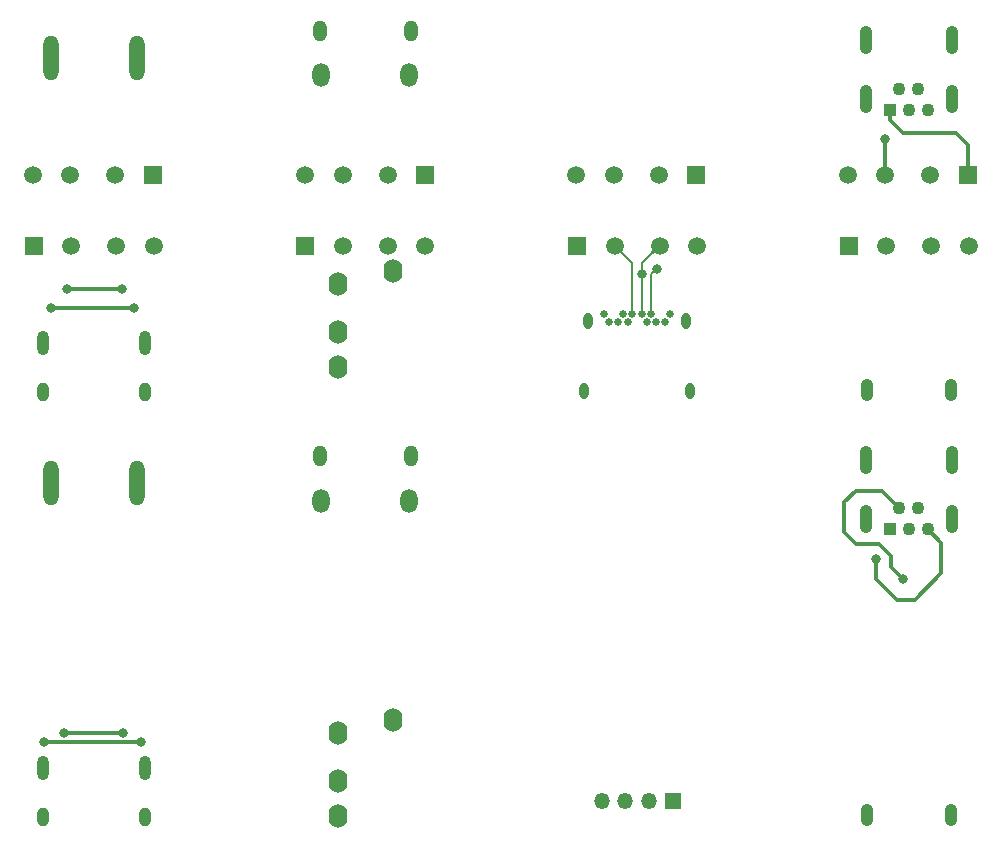
<source format=gbr>
G04 #@! TF.GenerationSoftware,KiCad,Pcbnew,(5.1.5)-3*
G04 #@! TF.CreationDate,2020-04-27T00:01:42+07:00*
G04 #@! TF.ProjectId,adapter,61646170-7465-4722-9e6b-696361645f70,rev?*
G04 #@! TF.SameCoordinates,Original*
G04 #@! TF.FileFunction,Copper,L2,Bot*
G04 #@! TF.FilePolarity,Positive*
%FSLAX46Y46*%
G04 Gerber Fmt 4.6, Leading zero omitted, Abs format (unit mm)*
G04 Created by KiCad (PCBNEW (5.1.5)-3) date 2020-04-27 00:01:42*
%MOMM*%
%LPD*%
G04 APERTURE LIST*
%ADD10O,1.350000X1.350000*%
%ADD11R,1.350000X1.350000*%
%ADD12O,1.600000X2.000000*%
%ADD13O,1.300000X3.800000*%
%ADD14O,1.150000X1.800000*%
%ADD15O,1.450000X2.000000*%
%ADD16O,1.000000X1.600000*%
%ADD17O,1.000000X2.100000*%
%ADD18O,1.100000X2.400000*%
%ADD19O,1.050000X1.900000*%
%ADD20R,1.100000X1.100000*%
%ADD21C,1.100000*%
%ADD22R,1.500000X1.500000*%
%ADD23C,1.500000*%
%ADD24C,0.650000*%
%ADD25O,0.800000X1.400000*%
%ADD26C,0.800000*%
%ADD27C,0.310000*%
%ADD28C,0.200000*%
G04 APERTURE END LIST*
D10*
X68000000Y-81500000D03*
X70000000Y-81500000D03*
X72000000Y-81500000D03*
D11*
X74000000Y-81500000D03*
D12*
X50300000Y-74700000D03*
X45700000Y-75800000D03*
X45700000Y-82800000D03*
X45700000Y-79800000D03*
D13*
X28650000Y-54600000D03*
X21350000Y-54600000D03*
D14*
X44125000Y-52300000D03*
X51875000Y-52300000D03*
D15*
X44275000Y-56100000D03*
X51725000Y-56100000D03*
D16*
X29320000Y-82900000D03*
X20680000Y-82900000D03*
D17*
X29320000Y-78720000D03*
X20680000Y-78720000D03*
D18*
X97650000Y-52625000D03*
X90350000Y-52625000D03*
D19*
X90425000Y-82700000D03*
X97575000Y-82700000D03*
D20*
X92400000Y-58500000D03*
D21*
X93200000Y-56750000D03*
X94000000Y-58500000D03*
X94800000Y-56750000D03*
X95600000Y-58500000D03*
D18*
X90350000Y-57625000D03*
X97650000Y-57625000D03*
D19*
X97575000Y-46700000D03*
X90425000Y-46700000D03*
D22*
X88920000Y-34500000D03*
D23*
X92095000Y-34500000D03*
X95905000Y-34500000D03*
X99080000Y-34500000D03*
D24*
X68600000Y-40990000D03*
X69400000Y-40990000D03*
X70200000Y-40990000D03*
X71800000Y-40990000D03*
X72600000Y-40990000D03*
X73400000Y-40990000D03*
X68200000Y-40290000D03*
X69800000Y-40290000D03*
X70600000Y-40290000D03*
X71400000Y-40290000D03*
X72200000Y-40290000D03*
X73800000Y-40290000D03*
D25*
X66510000Y-46840000D03*
X75490000Y-46840000D03*
X75130000Y-40890000D03*
X66870000Y-40890000D03*
D18*
X90350000Y-17125000D03*
X97650000Y-17125000D03*
D22*
X65920000Y-34500000D03*
D23*
X69095000Y-34500000D03*
X72905000Y-34500000D03*
X76080000Y-34500000D03*
D18*
X97650000Y-22125000D03*
X90350000Y-22125000D03*
D21*
X95600000Y-23000000D03*
X94800000Y-21250000D03*
X94000000Y-23000000D03*
X93200000Y-21250000D03*
D20*
X92400000Y-23000000D03*
D23*
X88825000Y-28500000D03*
X92000000Y-28500000D03*
X95810000Y-28500000D03*
D22*
X98985000Y-28500000D03*
X75985000Y-28500000D03*
D23*
X72810000Y-28500000D03*
X69000000Y-28500000D03*
X65825000Y-28500000D03*
X19825000Y-28500000D03*
X23000000Y-28500000D03*
X26810000Y-28500000D03*
D22*
X29985000Y-28500000D03*
D23*
X42920000Y-28500000D03*
X46095000Y-28500000D03*
X49905000Y-28500000D03*
D22*
X53080000Y-28500000D03*
D23*
X30080000Y-34500000D03*
X26905000Y-34500000D03*
X23095000Y-34500000D03*
D22*
X19920000Y-34500000D03*
D15*
X51725000Y-20100000D03*
X44275000Y-20100000D03*
D14*
X51875000Y-16300000D03*
X44125000Y-16300000D03*
D13*
X21350000Y-18600000D03*
X28650000Y-18600000D03*
D17*
X20680000Y-42720000D03*
X29320000Y-42720000D03*
D16*
X20680000Y-46900000D03*
X29320000Y-46900000D03*
D12*
X45700000Y-41800000D03*
X45700000Y-44800000D03*
X45700000Y-37800000D03*
X50300000Y-36700000D03*
D22*
X42920000Y-34500000D03*
D23*
X46095000Y-34500000D03*
X49905000Y-34500000D03*
X53080000Y-34500000D03*
D26*
X22750000Y-38200000D03*
X27400000Y-38200000D03*
X28400000Y-39800000D03*
X92000000Y-25500000D03*
X21400000Y-39800000D03*
X71400000Y-36900000D03*
X72700000Y-36450000D03*
X91250000Y-61000000D03*
X93500000Y-62750000D03*
X29000000Y-76500000D03*
X20750000Y-76500000D03*
X27500000Y-75750000D03*
X22500000Y-75750000D03*
D27*
X23095000Y-34545000D02*
X23095000Y-34500000D01*
X23000000Y-38200000D02*
X27400000Y-38200000D01*
X28400000Y-39800000D02*
X21400000Y-39800000D01*
X69095000Y-34545000D02*
X69095000Y-34500000D01*
X98000000Y-25000000D02*
X98985000Y-25985000D01*
X93540000Y-25000000D02*
X98000000Y-25000000D01*
X98985000Y-25985000D02*
X98985000Y-28500000D01*
X92400000Y-23860000D02*
X93540000Y-25000000D01*
X92400000Y-23000000D02*
X92400000Y-23860000D01*
X92000000Y-25500000D02*
X92000000Y-28500000D01*
D28*
X71400000Y-36005000D02*
X72905000Y-34500000D01*
X71400000Y-40290000D02*
X71400000Y-36005000D01*
X72800000Y-34500000D02*
X72905000Y-34500000D01*
X71400000Y-36000000D02*
X72800000Y-34500000D01*
X70600000Y-36005000D02*
X69095000Y-34500000D01*
X70600000Y-40290000D02*
X70600000Y-36005000D01*
X71400000Y-40290000D02*
X71400000Y-36900000D01*
X71400000Y-36900000D02*
X71400000Y-36000000D01*
X72200000Y-36950000D02*
X72700000Y-36450000D01*
X72200000Y-40290000D02*
X72200000Y-36950000D01*
D27*
X96750000Y-59650000D02*
X95600000Y-58500000D01*
X91250000Y-61000000D02*
X91250000Y-62750000D01*
X91250000Y-62750000D02*
X93000000Y-64500000D01*
X93000000Y-64500000D02*
X94500000Y-64500000D01*
X96750000Y-62250000D02*
X96750000Y-59650000D01*
X94500000Y-64500000D02*
X96750000Y-62250000D01*
X93500000Y-62750000D02*
X92500000Y-61750000D01*
X92500000Y-61750000D02*
X92500000Y-60750000D01*
X92500000Y-60750000D02*
X91500000Y-59750000D01*
X91500000Y-59750000D02*
X89500000Y-59750000D01*
X89500000Y-59750000D02*
X88500000Y-58750000D01*
X88500000Y-58750000D02*
X88500000Y-56250000D01*
X88500000Y-56250000D02*
X89500000Y-55250000D01*
X91700000Y-55250000D02*
X93200000Y-56750000D01*
X89500000Y-55250000D02*
X91700000Y-55250000D01*
X29000000Y-76500000D02*
X20750000Y-76500000D01*
X22500000Y-75750000D02*
X27500000Y-75750000D01*
M02*

</source>
